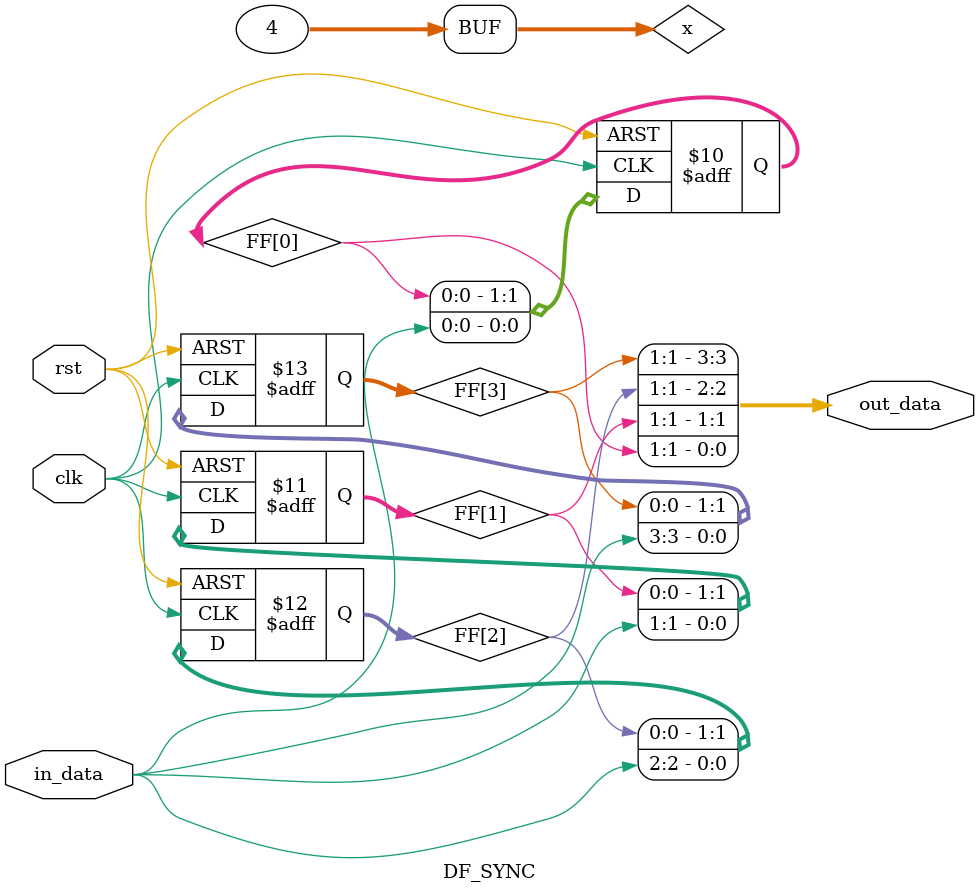
<source format=v>
module DF_SYNC #(parameter BUS_WIDTH = 4) (
    input wire clk, rst,
    input wire [BUS_WIDTH-1:0] in_data,
    output reg [BUS_WIDTH-1:0] out_data
);

parameter NUM_STAGES = 2;

integer i, j, x;
reg     [NUM_STAGES-1:0] FF [BUS_WIDTH-1:0];

always @(posedge clk or negedge rst) begin
    if(!rst)
    begin
        for(i=0;i<BUS_WIDTH;i=i+1)
        begin
            for(j=0;j<NUM_STAGES;j=j+1)
            begin
                FF[i][j] <= 'b0;
            end
        end
    end
    else
    begin
        for(i=0;i<BUS_WIDTH;i=i+1)
        begin   
            FF[i] <= {FF[i],in_data[i]};         
        end
    end
end

always @(*) begin
    for(x=0;x<BUS_WIDTH;x=x+1)
    begin
        out_data[x] = FF[x][NUM_STAGES-1];
    end
end
    
endmodule
</source>
